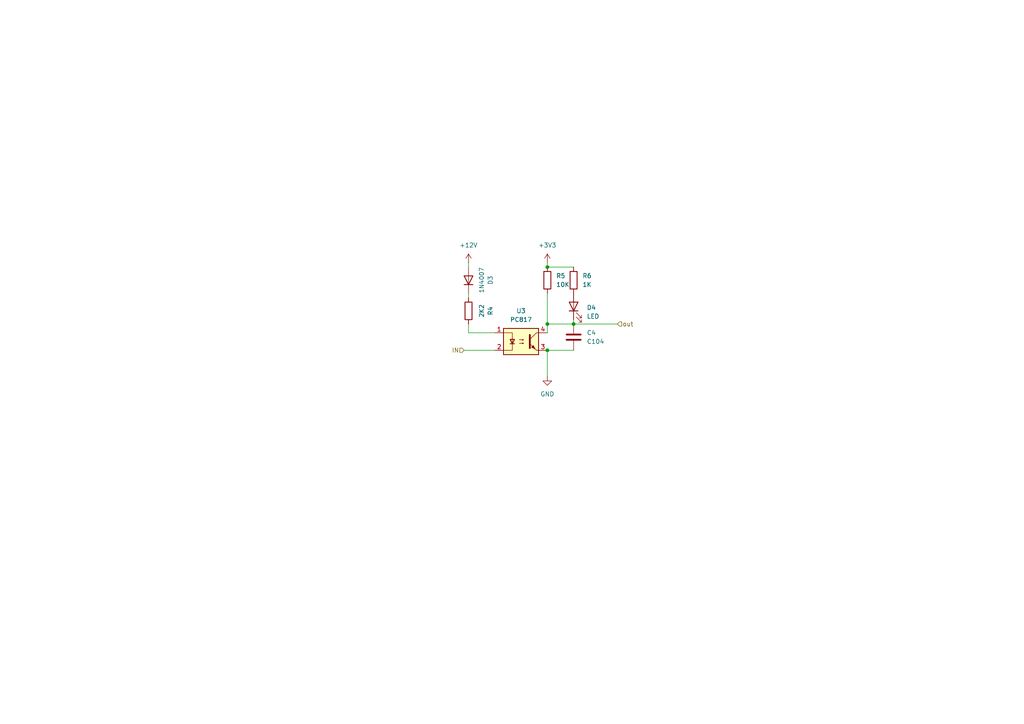
<source format=kicad_sch>
(kicad_sch (version 20250114) (generator "eeschema") (generator_version "9.0")
  (paper "A4")
  (lib_symbols
    (symbol "Device:C" (pin_numbers (hide yes)) (pin_names (offset 0.254))
      (property "Reference" "C" (at 0.635 2.54 0))
      (property "Value" "C" (at 0.635 -2.54 0))
      (symbol "C_0_1"
        (polyline (pts (xy -2.032 0.762) (xy 2.032 0.762)) (stroke (width 0.508)))
        (polyline (pts (xy -2.032 -0.762) (xy 2.032 -0.762)) (stroke (width 0.508)))
      )
      (symbol "C_1_1"
        (pin passive line (at 0 3.81 270) (length 2.794) (name "~") (number "1"))
        (pin passive line (at 0 -3.81 90) (length 2.794) (name "~") (number "2"))
      )
    )
    (symbol "Device:LED" (pin_numbers (hide yes)) (pin_names (offset 1.016) (hide yes))
      (property "Reference" "D" (at 0 2.54 0))
      (property "Value" "LED" (at 0 -2.54 0))
      (symbol "LED_0_1"
        (polyline (pts (xy -3.048 -0.762) (xy -4.572 -2.286) (xy -3.81 -2.286) (xy -4.572 -2.286) (xy -4.572 -1.524)))
        (polyline (pts (xy -1.778 -0.762) (xy -3.302 -2.286) (xy -2.54 -2.286) (xy -3.302 -2.286) (xy -3.302 -1.524)))
        (polyline (pts (xy -1.27 0) (xy 1.27 0)))
        (polyline (pts (xy -1.27 -1.27) (xy -1.27 1.27)) (stroke (width 0.254)))
        (polyline (pts (xy 1.27 -1.27) (xy 1.27 1.27) (xy -1.27 0) (xy 1.27 -1.27)) (stroke (width 0.254)))
      )
      (symbol "LED_1_1"
        (pin passive line (at -3.81 0 0) (length 2.54) (name "K") (number "1"))
        (pin passive line (at 3.81 0 180) (length 2.54) (name "A") (number "2"))
      )
    )
    (symbol "Device:R" (pin_numbers (hide yes)) (pin_names (offset 0))
      (property "Reference" "R" (at 2.032 0 90))
      (property "Value" "R" (at 0 0 90))
      (symbol "R_0_1"
        (rectangle (start -1.016 -2.54) (end 1.016 2.54) (stroke (width 0.254)))
      )
      (symbol "R_1_1"
        (pin passive line (at 0 3.81 270) (length 1.27) (name "~") (number "1"))
        (pin passive line (at 0 -3.81 90) (length 1.27) (name "~") (number "2"))
      )
    )
    (symbol "Diode:1N4007" (pin_numbers (hide yes)) (pin_names (hide yes))
      (property "Reference" "D" (at 0 2.54 0))
      (property "Value" "1N4007" (at 0 -2.54 0))
      (symbol "1N4007_0_1"
        (polyline (pts (xy -1.27 1.27) (xy -1.27 -1.27)) (stroke (width 0.254)))
        (polyline (pts (xy 1.27 1.27) (xy 1.27 -1.27) (xy -1.27 0) (xy 1.27 1.27)) (stroke (width 0.254)))
        (polyline (pts (xy 1.27 0) (xy -1.27 0)))
      )
      (symbol "1N4007_1_1"
        (pin passive line (at -3.81 0 0) (length 2.54) (name "K") (number "1"))
        (pin passive line (at 3.81 0 180) (length 2.54) (name "A") (number "2"))
      )
    )
    (symbol "Isolator:PC817" (pin_names (offset 1.016))
      (property "Reference" "U" (at -5.08 5.08 0))
      (property "Value" "PC817" (at 0 5.08 0))
      (symbol "PC817_0_1"
        (rectangle (start -5.08 3.81) (end 5.08 -3.81) (stroke (width 0.254)) (fill (type background)))
        (polyline (pts (xy -5.08 2.54) (xy -2.54 2.54) (xy -2.54 -0.635)))
        (polyline (pts (xy -3.175 -0.635) (xy -1.905 -0.635)) (stroke (width 0.254)))
        (polyline (pts (xy -2.54 -0.635) (xy -2.54 -2.54) (xy -5.08 -2.54)))
        (polyline (pts (xy -2.54 -0.635) (xy -3.175 0.635) (xy -1.905 0.635) (xy -2.54 -0.635)) (stroke (width 0.254)))
        (polyline (pts (xy -0.508 0.508) (xy 0.762 0.508) (xy 0.381 0.381) (xy 0.381 0.635) (xy 0.762 0.508)))
        (polyline (pts (xy -0.508 -0.508) (xy 0.762 -0.508) (xy 0.381 -0.635) (xy 0.381 -0.381) (xy 0.762 -0.508)))
        (polyline (pts (xy 2.54 1.905) (xy 2.54 -1.905)) (stroke (width 0.508)))
        (polyline (pts (xy 2.54 0.635) (xy 4.445 2.54)))
        (polyline (pts (xy 3.048 -1.651) (xy 3.556 -1.143) (xy 4.064 -2.159) (xy 3.048 -1.651)) (fill (type outline)))
        (polyline (pts (xy 4.445 2.54) (xy 5.08 2.54)))
        (polyline (pts (xy 4.445 -2.54) (xy 2.54 -0.635)) (fill (type outline)))
        (polyline (pts (xy 4.445 -2.54) (xy 5.08 -2.54)))
      )
      (symbol "PC817_1_1"
        (pin passive line (at -7.62 2.54 0) (length 2.54) (name "~") (number "1"))
        (pin passive line (at -7.62 -2.54 0) (length 2.54) (name "~") (number "2"))
        (pin passive line (at 7.62 2.54 180) (length 2.54) (name "~") (number "4"))
        (pin passive line (at 7.62 -2.54 180) (length 2.54) (name "~") (number "3"))
      )
    )
    (symbol "power:+12V" (power) (pin_numbers (hide yes)) (pin_names (offset 0) (hide yes))
      (property "Value" "+12V" (at 0 3.556 0))
      (symbol "+12V_0_1"
        (polyline (pts (xy -0.762 1.27) (xy 0 2.54)))
        (polyline (pts (xy 0 2.54) (xy 0.762 1.27)))
        (polyline (pts (xy 0 0) (xy 0 2.54)))
      )
      (symbol "+12V_1_1"
        (pin power_in line (at 0 0 90) (length 0) (name "~") (number "1"))
      )
    )
    (symbol "power:+3V3" (power) (pin_numbers (hide yes)) (pin_names (offset 0) (hide yes))
      (property "Value" "+3V3" (at 0 3.556 0))
      (symbol "+3V3_0_1"
        (polyline (pts (xy -0.762 1.27) (xy 0 2.54)))
        (polyline (pts (xy 0 2.54) (xy 0.762 1.27)))
        (polyline (pts (xy 0 0) (xy 0 2.54)))
      )
      (symbol "+3V3_1_1"
        (pin power_in line (at 0 0 90) (length 0) (name "~") (number "1"))
      )
    )
    (symbol "power:GND" (power) (pin_numbers (hide yes)) (pin_names (offset 0) (hide yes))
      (property "Value" "GND" (at 0 -3.81 0))
      (symbol "GND_0_1"
        (polyline (pts (xy 0 0) (xy 0 -1.27) (xy 1.27 -1.27) (xy 0 -2.54) (xy -1.27 -1.27) (xy 0 -1.27)))
      )
      (symbol "GND_1_1"
        (pin power_in line (at 0 0 270) (length 0) (name "~") (number "1"))
      )
    )
  )
  (junction (at 158.75 77.47))
  (junction (at 158.75 93.98))
  (junction (at 166.37 93.98))
  (junction (at 158.75 101.6))
  (wire (pts (xy 158.75 77.47) (xy 166.37 77.47)))
  (wire (pts (xy 158.75 101.6) (xy 166.37 101.6)))
  (wire (pts (xy 158.75 76.2) (xy 158.75 77.47)))
  (wire (pts (xy 179.07 93.98) (xy 166.37 93.98)))
  (wire (pts (xy 135.89 96.52) (xy 143.51 96.52)))
  (wire (pts (xy 135.89 76.2) (xy 135.89 77.47)))
  (wire (pts (xy 135.89 93.98) (xy 135.89 96.52)))
  (wire (pts (xy 166.37 92.71) (xy 166.37 93.98)))
  (wire (pts (xy 158.75 93.98) (xy 158.75 96.52)))
  (wire (pts (xy 158.75 93.98) (xy 166.37 93.98)))
  (wire (pts (xy 158.75 85.09) (xy 158.75 93.98)))
  (wire (pts (xy 135.89 85.09) (xy 135.89 86.36)))
  (wire (pts (xy 158.75 109.22) (xy 158.75 101.6)))
  (wire (pts (xy 134.62 101.6) (xy 143.51 101.6)))
  (hierarchical_label "out" (shape input) (at 179.07 93.98 0))
  (hierarchical_label "IN" (shape input) (at 134.62 101.6 180))
  (symbol (lib_id "Device:C") (at 166.37 97.79 0) (unit 1)
    (property "Reference" "C4" (at 170.18 96.5199 0) (effects (justify left)))
    (property "Value" "C104" (at 170.18 99.0599 0) (effects (justify left)))
    (property "Footprint" "Capacitor_THT:C_Disc_D5.1mm_W3.2mm_P5.00mm" (effects (hide yes)))
    (property "Description" "Unpolarized capacitor" (effects (hide yes)))
    (instances (project "IsolateCircuit" (path "" (reference "C4") (unit 1)) (path "" (reference "C11") (unit 1)) (path "" (reference "C5") (unit 1)) (path "" (reference "C1") (unit 1)) (path "" (reference "C6") (unit 1)) (path "" (reference "C8") (unit 1)) (path "" (reference "C7") (unit 1))))
  )
  (symbol (lib_id "Device:R") (at 166.37 81.28 180) (unit 1)
    (property "Reference" "R6" (at 168.91 80.0099 0) (effects (justify right)))
    (property "Value" "1K" (at 168.91 82.5499 0) (effects (justify right)))
    (property "Footprint" "Resistor_THT:R_Axial_DIN0207_L6.3mm_D2.5mm_P10.16mm_Horizontal" (effects (hide yes)))
    (property "Description" "Resistor" (effects (hide yes)))
    (instances (project "IsolateCircuit" (path "" (reference "R6") (unit 1)) (path "" (reference "R21") (unit 1)) (path "" (reference "R9") (unit 1)) (path "" (reference "R3") (unit 1)) (path "" (reference "R12") (unit 1)) (path "" (reference "R18") (unit 1)) (path "" (reference "R15") (unit 1))))
  )
  (symbol (lib_id "Isolator:PC817") (at 151.13 99.06 0) (unit 1)
    (property "Reference" "U3" (at 151.13 90.17 0))
    (property "Value" "PC817" (at 151.13 92.71 0))
    (property "Footprint" "Package_DIP:DIP-4_W7.62mm" (effects (hide yes)))
    (property "Datasheet" "http://www.soselectronic.cz/a_info/resource/d/pc817.pdf" (effects (hide yes)))
    (property "Description" "DC Optocoupler, Vce 35V, CTR 50-300%, DIP-4" (effects (hide yes)))
    (instances (project "IsolateCircuit" (path "" (reference "U3") (unit 1)) (path "" (reference "U8") (unit 1)) (path "" (reference "U4") (unit 1)) (path "" (reference "U2") (unit 1)) (path "" (reference "U5") (unit 1)) (path "" (reference "U7") (unit 1)) (path "" (reference "U6") (unit 1))))
  )
  (symbol (lib_id "Device:LED") (at 166.37 88.9 90) (unit 1)
    (property "Reference" "D4" (at 170.18 89.2174 90) (effects (justify right)))
    (property "Value" "LED" (at 170.18 91.7574 90) (effects (justify right)))
    (property "Footprint" "LED_THT:LED_D3.0mm" (effects (hide yes)))
    (property "Description" "Light emitting diode" (effects (hide yes)))
    (property "Sim.Pins" "1=K 2=A" (effects (hide yes)))
    (instances (project "IsolateCircuit" (path "" (reference "D4") (unit 1)) (path "" (reference "D15") (unit 1)) (path "" (reference "D6") (unit 1)) (path "" (reference "D2") (unit 1)) (path "" (reference "D8") (unit 1)) (path "" (reference "D12") (unit 1)) (path "" (reference "D10") (unit 1))))
  )
  (symbol (lib_id "power:GND") (at 158.75 109.22 0) (unit 1)
    (property "Reference" "#PWR09" (effects (hide yes)))
    (property "Value" "GND" (at 158.75 114.3 0))
    (property "Description" "Power symbol creates a global label with name \"GND\" , ground" (effects (hide yes)))
    (instances (project "IsolateCircuit" (path "" (reference "#PWR09") (unit 1)) (path "" (reference "#PWR026") (unit 1)) (path "" (reference "#PWR012") (unit 1)) (path "" (reference "#PWR03") (unit 1)) (path "" (reference "#PWR015") (unit 1)) (path "" (reference "#PWR021") (unit 1)) (path "" (reference "#PWR018") (unit 1))))
  )
  (symbol (lib_id "power:+3V3") (at 158.75 76.2 0) (unit 1)
    (property "Reference" "#PWR08" (effects (hide yes)))
    (property "Value" "+3V3" (at 158.75 71.12 0))
    (property "Description" "Power symbol creates a global label with name \"+3V3\"" (effects (hide yes)))
    (instances (project "IsolateCircuit" (path "" (reference "#PWR08") (unit 1)) (path "" (reference "#PWR025") (unit 1)) (path "" (reference "#PWR011") (unit 1)) (path "" (reference "#PWR02") (unit 1)) (path "" (reference "#PWR014") (unit 1)) (path "" (reference "#PWR020") (unit 1)) (path "" (reference "#PWR017") (unit 1))))
  )
  (symbol (lib_id "Device:R") (at 135.89 90.17 0) (unit 1)
    (property "Reference" "R4" (at 142.24 90.17 90))
    (property "Value" "2K2" (at 139.7 90.17 90))
    (property "Footprint" "Resistor_THT:R_Axial_DIN0207_L6.3mm_D2.5mm_P10.16mm_Horizontal" (effects (hide yes)))
    (property "Description" "Resistor" (effects (hide yes)))
    (instances (project "IsolateCircuit" (path "" (reference "R4") (unit 1)) (path "" (reference "R19") (unit 1)) (path "" (reference "R7") (unit 1)) (path "" (reference "R1") (unit 1)) (path "" (reference "R10") (unit 1)) (path "" (reference "R16") (unit 1)) (path "" (reference "R13") (unit 1))))
  )
  (symbol (lib_id "Diode:1N4007") (at 135.89 81.28 90) (unit 1)
    (property "Reference" "D3" (at 142.24 81.28 0))
    (property "Value" "1N4007" (at 139.7 81.28 0))
    (property "Footprint" "Diode_THT:D_DO-41_SOD81_P10.16mm_Horizontal" (effects (hide yes)))
    (property "Datasheet" "http://www.vishay.com/docs/88503/1n4001.pdf" (effects (hide yes)))
    (property "Description" "1000V 1A General Purpose Rectifier Diode, DO-41" (effects (hide yes)))
    (property "Sim.Device" "D" (effects (hide yes)))
    (property "Sim.Pins" "1=K 2=A" (effects (hide yes)))
    (instances (project "IsolateCircuit" (path "" (reference "D3") (unit 1)) (path "" (reference "D14") (unit 1)) (path "" (reference "D5") (unit 1)) (path "" (reference "D1") (unit 1)) (path "" (reference "D7") (unit 1)) (path "" (reference "D11") (unit 1)) (path "" (reference "D9") (unit 1))))
  )
  (symbol (lib_id "Device:R") (at 158.75 81.28 180) (unit 1)
    (property "Reference" "R5" (at 161.29 80.0099 0) (effects (justify right)))
    (property "Value" "10K" (at 161.29 82.5499 0) (effects (justify right)))
    (property "Footprint" "Resistor_THT:R_Axial_DIN0207_L6.3mm_D2.5mm_P10.16mm_Horizontal" (effects (hide yes)))
    (property "Description" "Resistor" (effects (hide yes)))
    (instances (project "IsolateCircuit" (path "" (reference "R5") (unit 1)) (path "" (reference "R20") (unit 1)) (path "" (reference "R8") (unit 1)) (path "" (reference "R2") (unit 1)) (path "" (reference "R11") (unit 1)) (path "" (reference "R17") (unit 1)) (path "" (reference "R14") (unit 1))))
  )
  (symbol (lib_id "power:+12V") (at 135.89 76.2 0) (unit 1)
    (property "Reference" "#PWR07" (effects (hide yes)))
    (property "Value" "+12V" (at 135.89 71.12 0))
    (property "Description" "Power symbol creates a global label with name \"+12V\"" (effects (hide yes)))
    (instances (project "IsolateCircuit" (path "" (reference "#PWR07") (unit 1)) (path "" (reference "#PWR024") (unit 1)) (path "" (reference "#PWR010") (unit 1)) (path "" (reference "#PWR01") (unit 1)) (path "" (reference "#PWR013") (unit 1)) (path "" (reference "#PWR019") (unit 1)) (path "" (reference "#PWR016") (unit 1))))
  )
)
</source>
